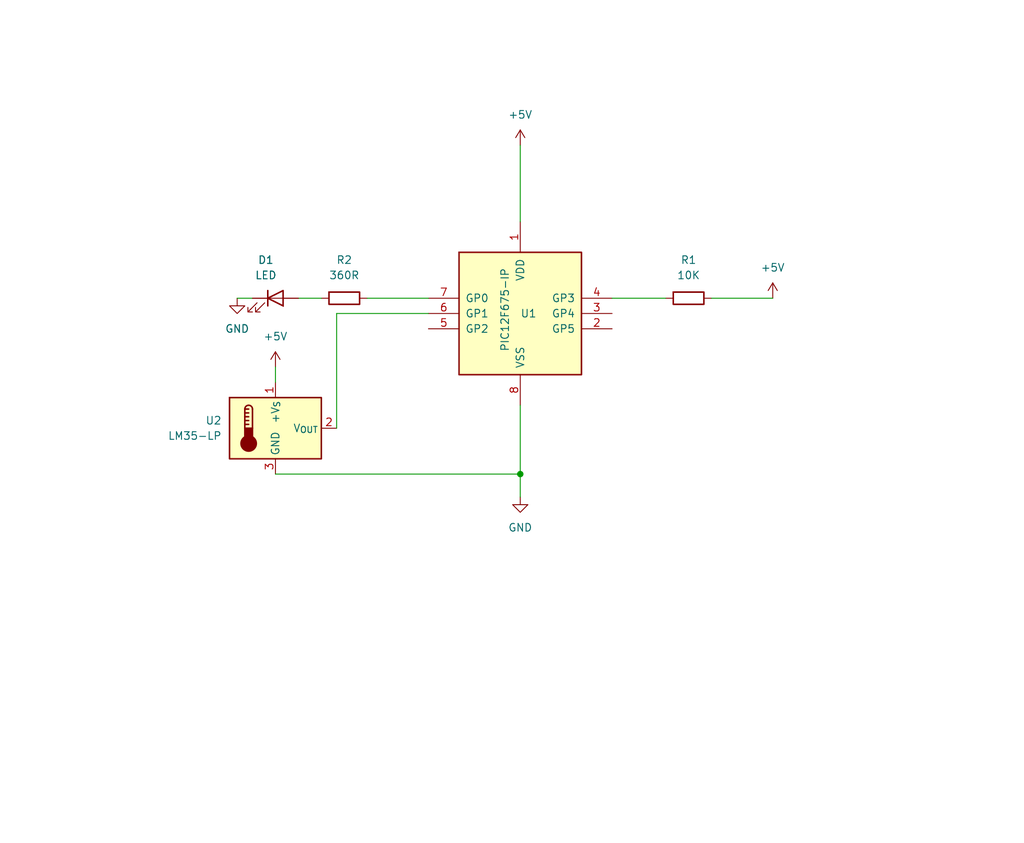
<source format=kicad_sch>
(kicad_sch (version 20230121) (generator eeschema)
  (paper "User" 170.002 140.005)
  (title_block (title "PIC12F675 and LM35") (company "Ricardo Lima Caratti") (comment 1 "Fiver Indicator wirh LM35  and LED using the PIC12F675. "))
  (lib_symbols
    (symbol "Device:LED" (pin_numbers hide) (pin_names (offset 1.016) hide)
      (property "Reference" "D" (at 0 2.54 0))
      (property "Value" "LED" (at 0 -2.54 0))
      (symbol "LED_0_1"
        (polyline (pts (xy -1.27 -1.27) (xy -1.27 1.27)) (stroke (width 0.254)))
        (polyline (pts (xy -1.27 0) (xy 1.27 0)))
        (polyline (pts (xy 1.27 -1.27) (xy 1.27 1.27) (xy -1.27 0) (xy 1.27 -1.27)) (stroke (width 0.254)))
        (polyline (pts (xy -3.048 -0.762) (xy -4.572 -2.286) (xy -3.81 -2.286) (xy -4.572 -2.286) (xy -4.572 -1.524)))
        (polyline (pts (xy -1.778 -0.762) (xy -3.302 -2.286) (xy -2.54 -2.286) (xy -3.302 -2.286) (xy -3.302 -1.524)))
      )
      (symbol "LED_1_1"
        (pin passive line (at -3.81 0 0) (length 2.54) (name "K") (number "1"))
        (pin passive line (at 3.81 0 180) (length 2.54) (name "A") (number "2"))
      )
    )
    (symbol "Device:R" (pin_numbers hide) (pin_names (offset 0))
      (property "Reference" "R" (at 2.032 0 90))
      (property "Value" "R" (at 0 0 90))
      (symbol "R_0_1"
        (rectangle (start -1.016 -2.54) (end 1.016 2.54) (stroke (width 0.254)))
      )
      (symbol "R_1_1"
        (pin passive line (at 0 3.81 270) (length 1.27) (name "~") (number "1"))
        (pin passive line (at 0 -3.81 90) (length 1.27) (name "~") (number "2"))
      )
    )
    (symbol "MCU_Microchip_PIC12:PIC12F675-IP" (pin_names (offset 1.016))
      (property "Reference" "U" (at 1.27 13.97 0))
      (property "Value" "PIC12F675-IP" (at 1.27 11.43 0))
      (symbol "PIC12F675-IP_0_1"
        (rectangle (start 10.16 -10.16) (end -10.16 10.16) (stroke (width 0.254)) (fill (type background)))
      )
      (symbol "PIC12F675-IP_1_1"
        (pin power_in line (at 0 15.24 270) (length 5.08) (name "VDD") (number "1"))
        (pin bidirectional line (at 15.24 -2.54 180) (length 5.08) (name "GP5") (number "2"))
        (pin bidirectional line (at 15.24 0 180) (length 5.08) (name "GP4") (number "3"))
        (pin input line (at 15.24 2.54 180) (length 5.08) (name "GP3") (number "4"))
        (pin bidirectional line (at -15.24 -2.54 0) (length 5.08) (name "GP2") (number "5"))
        (pin bidirectional line (at -15.24 0 0) (length 5.08) (name "GP1") (number "6"))
        (pin bidirectional line (at -15.24 2.54 0) (length 5.08) (name "GP0") (number "7"))
        (pin power_in line (at 0 -15.24 90) (length 5.08) (name "VSS") (number "8"))
      )
    )
    (symbol "Sensor_Temperature:LM35-LP"
      (property "Reference" "U" (at -6.35 6.35 0))
      (property "Value" "LM35-LP" (at 1.27 6.35 0))
      (symbol "LM35-LP_0_1"
        (rectangle (start -7.62 5.08) (end 7.62 -5.08) (stroke (width 0.254)) (fill (type background)))
        (circle (center -4.445 -2.54) (radius 1.27) (stroke (width 0.254)) (fill (type outline)))
        (rectangle (start -3.81 -1.905) (end -5.08 0) (stroke (width 0.254)) (fill (type outline)))
        (arc (start -3.81 3.175) (mid -4.445 3.8073) (end -5.08 3.175) (stroke (width 0.254)))
        (polyline (pts (xy -5.08 0.635) (xy -4.445 0.635)) (stroke (width 0.254)))
        (polyline (pts (xy -5.08 1.27) (xy -4.445 1.27)) (stroke (width 0.254)))
        (polyline (pts (xy -5.08 1.905) (xy -4.445 1.905)) (stroke (width 0.254)))
        (polyline (pts (xy -5.08 2.54) (xy -4.445 2.54)) (stroke (width 0.254)))
        (polyline (pts (xy -5.08 3.175) (xy -5.08 0)) (stroke (width 0.254)))
        (polyline (pts (xy -5.08 3.175) (xy -4.445 3.175)) (stroke (width 0.254)))
        (polyline (pts (xy -3.81 3.175) (xy -3.81 0)) (stroke (width 0.254)))
      )
      (symbol "LM35-LP_1_1"
        (pin power_in line (at 0 7.62 270) (length 2.54) (name "+V_{S}") (number "1"))
        (pin output line (at 10.16 0 180) (length 2.54) (name "V_{OUT}") (number "2"))
        (pin power_in line (at 0 -7.62 90) (length 2.54) (name "GND") (number "3"))
      )
    )
    (symbol "power:+5V" (power) (pin_names (offset 0))
      (property "Value" "+5V" (at 0 3.556 0))
      (symbol "+5V_0_1"
        (polyline (pts (xy -0.762 1.27) (xy 0 2.54)))
        (polyline (pts (xy 0 0) (xy 0 2.54)))
        (polyline (pts (xy 0 2.54) (xy 0.762 1.27)))
      )
      (symbol "+5V_1_1"
        (pin power_in line (at 0 0 90) (length 0) hide (name "+5V") (number "1"))
      )
    )
    (symbol "power:GND" (power) (pin_names (offset 0))
      (property "Value" "GND" (at 0 -3.81 0))
      (symbol "GND_0_1"
        (polyline (pts (xy 0 0) (xy 0 -1.27) (xy 1.27 -1.27) (xy 0 -2.54) (xy -1.27 -1.27) (xy 0 -1.27)))
      )
      (symbol "GND_1_1"
        (pin power_in line (at 0 0 270) (length 0) hide (name "GND") (number "1"))
      )
    )
  )
  (junction (at 86.36 78.74))
  (wire (pts (xy 49.53 49.53) (xy 53.34 49.53)))
  (wire (pts (xy 55.88 52.07) (xy 71.12 52.07)))
  (wire (pts (xy 45.72 78.74) (xy 86.36 78.74)))
  (wire (pts (xy 101.6 49.53) (xy 110.49 49.53)))
  (wire (pts (xy 86.36 78.74) (xy 86.36 82.55)))
  (wire (pts (xy 41.91 49.53) (xy 39.37 49.53)))
  (wire (pts (xy 60.96 49.53) (xy 71.12 49.53)))
  (wire (pts (xy 86.36 67.31) (xy 86.36 78.74)))
  (wire (pts (xy 118.11 49.53) (xy 128.27 49.53)))
  (wire (pts (xy 86.36 24.13) (xy 86.36 36.83)))
  (wire (pts (xy 45.72 60.96) (xy 45.72 63.5)))
  (wire (pts (xy 55.88 71.12) (xy 55.88 52.07)))
  (symbol (lib_id "power:+5V") (at 86.36 24.13 0) (unit 1)
    (property "Reference" "#PWR01" (effects hide))
    (property "Value" "+5V" (at 86.36 19.05 0))
  )
  (symbol (lib_id "MCU_Microchip_PIC12:PIC12F675-IP") (at 86.36 52.07 0) (unit 1)
    (property "Reference" "U1" (at 86.36 52.07 0) (effects (justify left)))
    (property "Value" "PIC12F675-IP" (at 83.82 58.42 90) (effects (justify left)))
    (property "Footprint" "Package_DIP:DIP-8_W7.62mm" (effects hide))
    (property "Datasheet" "http://ww1.microchip.com/downloads/en/DeviceDoc/41190G.pdf" (effects hide))
  )
  (symbol (lib_id "Device:R") (at 114.3 49.53 90) (unit 1)
    (property "Reference" "R1" (at 114.3 43.18 90))
    (property "Value" "10K" (at 114.3 45.72 90))
  )
  (symbol (lib_id "power:+5V") (at 128.27 49.53 0) (unit 1)
    (property "Reference" "#PWR04" (effects hide))
    (property "Value" "+5V" (at 128.27 44.45 0))
  )
  (symbol (lib_id "power:+5V") (at 45.72 60.96 0) (unit 1)
    (property "Reference" "#PWR07" (effects hide))
    (property "Value" "+5V" (at 45.72 55.88 0))
  )
  (symbol (lib_id "Device:R") (at 57.15 49.53 90) (unit 1)
    (property "Reference" "R2" (at 57.15 43.18 90))
    (property "Value" "360R" (at 57.15 45.72 90))
  )
  (symbol (lib_id "power:GND") (at 39.37 49.53 0) (unit 1)
    (property "Reference" "#PWR05" (effects hide))
    (property "Value" "GND" (at 39.37 54.61 0))
  )
  (symbol (lib_id "Sensor_Temperature:LM35-LP") (at 45.72 71.12 0) (unit 1)
    (property "Reference" "U2" (at 36.83 69.85 0) (effects (justify right)))
    (property "Value" "LM35-LP" (at 36.83 72.39 0) (effects (justify right)))
    (property "Footprint" "Package_TO_SOT_THT:TO-92_Inline" (effects hide))
    (property "Datasheet" "http://www.ti.com/lit/ds/symlink/lm35.pdf" (effects hide))
  )
  (symbol (lib_id "Device:LED") (at 45.72 49.53 0) (unit 1)
    (property "Reference" "D1" (at 44.1325 43.18 0))
    (property "Value" "LED" (at 44.1325 45.72 0))
  )
  (symbol (lib_id "power:GND") (at 86.36 82.55 0) (unit 1)
    (property "Reference" "#PWR02" (effects hide))
    (property "Value" "GND" (at 86.36 87.63 0))
  )
)
</source>
